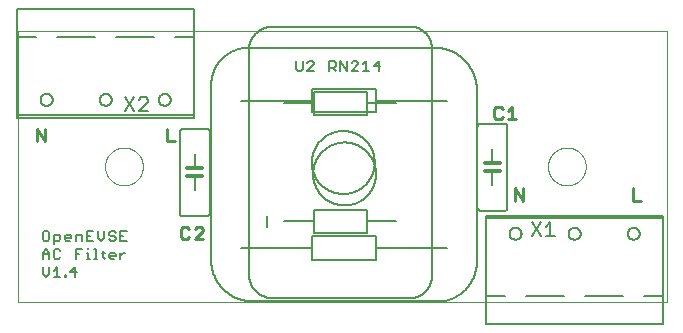
<source format=gto>
G75*
%MOIN*%
%OFA0B0*%
%FSLAX25Y25*%
%IPPOS*%
%LPD*%
%AMOC8*
5,1,8,0,0,1.08239X$1,22.5*
%
%ADD10C,0.00000*%
%ADD11C,0.00700*%
%ADD12C,0.00900*%
%ADD13C,0.00500*%
%ADD14C,0.01200*%
%ADD15C,0.00600*%
D10*
X0001587Y0008595D02*
X0001587Y0099146D01*
X0217871Y0099146D01*
X0217871Y0008595D01*
X0001587Y0008595D01*
X0030595Y0053871D02*
X0030597Y0054029D01*
X0030603Y0054187D01*
X0030613Y0054345D01*
X0030627Y0054503D01*
X0030645Y0054660D01*
X0030666Y0054817D01*
X0030692Y0054973D01*
X0030722Y0055129D01*
X0030755Y0055284D01*
X0030793Y0055437D01*
X0030834Y0055590D01*
X0030879Y0055742D01*
X0030928Y0055893D01*
X0030981Y0056042D01*
X0031037Y0056190D01*
X0031097Y0056336D01*
X0031161Y0056481D01*
X0031229Y0056624D01*
X0031300Y0056766D01*
X0031374Y0056906D01*
X0031452Y0057043D01*
X0031534Y0057179D01*
X0031618Y0057313D01*
X0031707Y0057444D01*
X0031798Y0057573D01*
X0031893Y0057700D01*
X0031990Y0057825D01*
X0032091Y0057947D01*
X0032195Y0058066D01*
X0032302Y0058183D01*
X0032412Y0058297D01*
X0032525Y0058408D01*
X0032640Y0058517D01*
X0032758Y0058622D01*
X0032879Y0058724D01*
X0033002Y0058824D01*
X0033128Y0058920D01*
X0033256Y0059013D01*
X0033386Y0059103D01*
X0033519Y0059189D01*
X0033654Y0059273D01*
X0033790Y0059352D01*
X0033929Y0059429D01*
X0034070Y0059501D01*
X0034212Y0059571D01*
X0034356Y0059636D01*
X0034502Y0059698D01*
X0034649Y0059756D01*
X0034798Y0059811D01*
X0034948Y0059862D01*
X0035099Y0059909D01*
X0035251Y0059952D01*
X0035404Y0059991D01*
X0035559Y0060027D01*
X0035714Y0060058D01*
X0035870Y0060086D01*
X0036026Y0060110D01*
X0036183Y0060130D01*
X0036341Y0060146D01*
X0036498Y0060158D01*
X0036657Y0060166D01*
X0036815Y0060170D01*
X0036973Y0060170D01*
X0037131Y0060166D01*
X0037290Y0060158D01*
X0037447Y0060146D01*
X0037605Y0060130D01*
X0037762Y0060110D01*
X0037918Y0060086D01*
X0038074Y0060058D01*
X0038229Y0060027D01*
X0038384Y0059991D01*
X0038537Y0059952D01*
X0038689Y0059909D01*
X0038840Y0059862D01*
X0038990Y0059811D01*
X0039139Y0059756D01*
X0039286Y0059698D01*
X0039432Y0059636D01*
X0039576Y0059571D01*
X0039718Y0059501D01*
X0039859Y0059429D01*
X0039998Y0059352D01*
X0040134Y0059273D01*
X0040269Y0059189D01*
X0040402Y0059103D01*
X0040532Y0059013D01*
X0040660Y0058920D01*
X0040786Y0058824D01*
X0040909Y0058724D01*
X0041030Y0058622D01*
X0041148Y0058517D01*
X0041263Y0058408D01*
X0041376Y0058297D01*
X0041486Y0058183D01*
X0041593Y0058066D01*
X0041697Y0057947D01*
X0041798Y0057825D01*
X0041895Y0057700D01*
X0041990Y0057573D01*
X0042081Y0057444D01*
X0042170Y0057313D01*
X0042254Y0057179D01*
X0042336Y0057043D01*
X0042414Y0056906D01*
X0042488Y0056766D01*
X0042559Y0056624D01*
X0042627Y0056481D01*
X0042691Y0056336D01*
X0042751Y0056190D01*
X0042807Y0056042D01*
X0042860Y0055893D01*
X0042909Y0055742D01*
X0042954Y0055590D01*
X0042995Y0055437D01*
X0043033Y0055284D01*
X0043066Y0055129D01*
X0043096Y0054973D01*
X0043122Y0054817D01*
X0043143Y0054660D01*
X0043161Y0054503D01*
X0043175Y0054345D01*
X0043185Y0054187D01*
X0043191Y0054029D01*
X0043193Y0053871D01*
X0043191Y0053713D01*
X0043185Y0053555D01*
X0043175Y0053397D01*
X0043161Y0053239D01*
X0043143Y0053082D01*
X0043122Y0052925D01*
X0043096Y0052769D01*
X0043066Y0052613D01*
X0043033Y0052458D01*
X0042995Y0052305D01*
X0042954Y0052152D01*
X0042909Y0052000D01*
X0042860Y0051849D01*
X0042807Y0051700D01*
X0042751Y0051552D01*
X0042691Y0051406D01*
X0042627Y0051261D01*
X0042559Y0051118D01*
X0042488Y0050976D01*
X0042414Y0050836D01*
X0042336Y0050699D01*
X0042254Y0050563D01*
X0042170Y0050429D01*
X0042081Y0050298D01*
X0041990Y0050169D01*
X0041895Y0050042D01*
X0041798Y0049917D01*
X0041697Y0049795D01*
X0041593Y0049676D01*
X0041486Y0049559D01*
X0041376Y0049445D01*
X0041263Y0049334D01*
X0041148Y0049225D01*
X0041030Y0049120D01*
X0040909Y0049018D01*
X0040786Y0048918D01*
X0040660Y0048822D01*
X0040532Y0048729D01*
X0040402Y0048639D01*
X0040269Y0048553D01*
X0040134Y0048469D01*
X0039998Y0048390D01*
X0039859Y0048313D01*
X0039718Y0048241D01*
X0039576Y0048171D01*
X0039432Y0048106D01*
X0039286Y0048044D01*
X0039139Y0047986D01*
X0038990Y0047931D01*
X0038840Y0047880D01*
X0038689Y0047833D01*
X0038537Y0047790D01*
X0038384Y0047751D01*
X0038229Y0047715D01*
X0038074Y0047684D01*
X0037918Y0047656D01*
X0037762Y0047632D01*
X0037605Y0047612D01*
X0037447Y0047596D01*
X0037290Y0047584D01*
X0037131Y0047576D01*
X0036973Y0047572D01*
X0036815Y0047572D01*
X0036657Y0047576D01*
X0036498Y0047584D01*
X0036341Y0047596D01*
X0036183Y0047612D01*
X0036026Y0047632D01*
X0035870Y0047656D01*
X0035714Y0047684D01*
X0035559Y0047715D01*
X0035404Y0047751D01*
X0035251Y0047790D01*
X0035099Y0047833D01*
X0034948Y0047880D01*
X0034798Y0047931D01*
X0034649Y0047986D01*
X0034502Y0048044D01*
X0034356Y0048106D01*
X0034212Y0048171D01*
X0034070Y0048241D01*
X0033929Y0048313D01*
X0033790Y0048390D01*
X0033654Y0048469D01*
X0033519Y0048553D01*
X0033386Y0048639D01*
X0033256Y0048729D01*
X0033128Y0048822D01*
X0033002Y0048918D01*
X0032879Y0049018D01*
X0032758Y0049120D01*
X0032640Y0049225D01*
X0032525Y0049334D01*
X0032412Y0049445D01*
X0032302Y0049559D01*
X0032195Y0049676D01*
X0032091Y0049795D01*
X0031990Y0049917D01*
X0031893Y0050042D01*
X0031798Y0050169D01*
X0031707Y0050298D01*
X0031618Y0050429D01*
X0031534Y0050563D01*
X0031452Y0050699D01*
X0031374Y0050836D01*
X0031300Y0050976D01*
X0031229Y0051118D01*
X0031161Y0051261D01*
X0031097Y0051406D01*
X0031037Y0051552D01*
X0030981Y0051700D01*
X0030928Y0051849D01*
X0030879Y0052000D01*
X0030834Y0052152D01*
X0030793Y0052305D01*
X0030755Y0052458D01*
X0030722Y0052613D01*
X0030692Y0052769D01*
X0030666Y0052925D01*
X0030645Y0053082D01*
X0030627Y0053239D01*
X0030613Y0053397D01*
X0030603Y0053555D01*
X0030597Y0053713D01*
X0030595Y0053871D01*
X0178233Y0053871D02*
X0178235Y0054029D01*
X0178241Y0054187D01*
X0178251Y0054345D01*
X0178265Y0054503D01*
X0178283Y0054660D01*
X0178304Y0054817D01*
X0178330Y0054973D01*
X0178360Y0055129D01*
X0178393Y0055284D01*
X0178431Y0055437D01*
X0178472Y0055590D01*
X0178517Y0055742D01*
X0178566Y0055893D01*
X0178619Y0056042D01*
X0178675Y0056190D01*
X0178735Y0056336D01*
X0178799Y0056481D01*
X0178867Y0056624D01*
X0178938Y0056766D01*
X0179012Y0056906D01*
X0179090Y0057043D01*
X0179172Y0057179D01*
X0179256Y0057313D01*
X0179345Y0057444D01*
X0179436Y0057573D01*
X0179531Y0057700D01*
X0179628Y0057825D01*
X0179729Y0057947D01*
X0179833Y0058066D01*
X0179940Y0058183D01*
X0180050Y0058297D01*
X0180163Y0058408D01*
X0180278Y0058517D01*
X0180396Y0058622D01*
X0180517Y0058724D01*
X0180640Y0058824D01*
X0180766Y0058920D01*
X0180894Y0059013D01*
X0181024Y0059103D01*
X0181157Y0059189D01*
X0181292Y0059273D01*
X0181428Y0059352D01*
X0181567Y0059429D01*
X0181708Y0059501D01*
X0181850Y0059571D01*
X0181994Y0059636D01*
X0182140Y0059698D01*
X0182287Y0059756D01*
X0182436Y0059811D01*
X0182586Y0059862D01*
X0182737Y0059909D01*
X0182889Y0059952D01*
X0183042Y0059991D01*
X0183197Y0060027D01*
X0183352Y0060058D01*
X0183508Y0060086D01*
X0183664Y0060110D01*
X0183821Y0060130D01*
X0183979Y0060146D01*
X0184136Y0060158D01*
X0184295Y0060166D01*
X0184453Y0060170D01*
X0184611Y0060170D01*
X0184769Y0060166D01*
X0184928Y0060158D01*
X0185085Y0060146D01*
X0185243Y0060130D01*
X0185400Y0060110D01*
X0185556Y0060086D01*
X0185712Y0060058D01*
X0185867Y0060027D01*
X0186022Y0059991D01*
X0186175Y0059952D01*
X0186327Y0059909D01*
X0186478Y0059862D01*
X0186628Y0059811D01*
X0186777Y0059756D01*
X0186924Y0059698D01*
X0187070Y0059636D01*
X0187214Y0059571D01*
X0187356Y0059501D01*
X0187497Y0059429D01*
X0187636Y0059352D01*
X0187772Y0059273D01*
X0187907Y0059189D01*
X0188040Y0059103D01*
X0188170Y0059013D01*
X0188298Y0058920D01*
X0188424Y0058824D01*
X0188547Y0058724D01*
X0188668Y0058622D01*
X0188786Y0058517D01*
X0188901Y0058408D01*
X0189014Y0058297D01*
X0189124Y0058183D01*
X0189231Y0058066D01*
X0189335Y0057947D01*
X0189436Y0057825D01*
X0189533Y0057700D01*
X0189628Y0057573D01*
X0189719Y0057444D01*
X0189808Y0057313D01*
X0189892Y0057179D01*
X0189974Y0057043D01*
X0190052Y0056906D01*
X0190126Y0056766D01*
X0190197Y0056624D01*
X0190265Y0056481D01*
X0190329Y0056336D01*
X0190389Y0056190D01*
X0190445Y0056042D01*
X0190498Y0055893D01*
X0190547Y0055742D01*
X0190592Y0055590D01*
X0190633Y0055437D01*
X0190671Y0055284D01*
X0190704Y0055129D01*
X0190734Y0054973D01*
X0190760Y0054817D01*
X0190781Y0054660D01*
X0190799Y0054503D01*
X0190813Y0054345D01*
X0190823Y0054187D01*
X0190829Y0054029D01*
X0190831Y0053871D01*
X0190829Y0053713D01*
X0190823Y0053555D01*
X0190813Y0053397D01*
X0190799Y0053239D01*
X0190781Y0053082D01*
X0190760Y0052925D01*
X0190734Y0052769D01*
X0190704Y0052613D01*
X0190671Y0052458D01*
X0190633Y0052305D01*
X0190592Y0052152D01*
X0190547Y0052000D01*
X0190498Y0051849D01*
X0190445Y0051700D01*
X0190389Y0051552D01*
X0190329Y0051406D01*
X0190265Y0051261D01*
X0190197Y0051118D01*
X0190126Y0050976D01*
X0190052Y0050836D01*
X0189974Y0050699D01*
X0189892Y0050563D01*
X0189808Y0050429D01*
X0189719Y0050298D01*
X0189628Y0050169D01*
X0189533Y0050042D01*
X0189436Y0049917D01*
X0189335Y0049795D01*
X0189231Y0049676D01*
X0189124Y0049559D01*
X0189014Y0049445D01*
X0188901Y0049334D01*
X0188786Y0049225D01*
X0188668Y0049120D01*
X0188547Y0049018D01*
X0188424Y0048918D01*
X0188298Y0048822D01*
X0188170Y0048729D01*
X0188040Y0048639D01*
X0187907Y0048553D01*
X0187772Y0048469D01*
X0187636Y0048390D01*
X0187497Y0048313D01*
X0187356Y0048241D01*
X0187214Y0048171D01*
X0187070Y0048106D01*
X0186924Y0048044D01*
X0186777Y0047986D01*
X0186628Y0047931D01*
X0186478Y0047880D01*
X0186327Y0047833D01*
X0186175Y0047790D01*
X0186022Y0047751D01*
X0185867Y0047715D01*
X0185712Y0047684D01*
X0185556Y0047656D01*
X0185400Y0047632D01*
X0185243Y0047612D01*
X0185085Y0047596D01*
X0184928Y0047584D01*
X0184769Y0047576D01*
X0184611Y0047572D01*
X0184453Y0047572D01*
X0184295Y0047576D01*
X0184136Y0047584D01*
X0183979Y0047596D01*
X0183821Y0047612D01*
X0183664Y0047632D01*
X0183508Y0047656D01*
X0183352Y0047684D01*
X0183197Y0047715D01*
X0183042Y0047751D01*
X0182889Y0047790D01*
X0182737Y0047833D01*
X0182586Y0047880D01*
X0182436Y0047931D01*
X0182287Y0047986D01*
X0182140Y0048044D01*
X0181994Y0048106D01*
X0181850Y0048171D01*
X0181708Y0048241D01*
X0181567Y0048313D01*
X0181428Y0048390D01*
X0181292Y0048469D01*
X0181157Y0048553D01*
X0181024Y0048639D01*
X0180894Y0048729D01*
X0180766Y0048822D01*
X0180640Y0048918D01*
X0180517Y0049018D01*
X0180396Y0049120D01*
X0180278Y0049225D01*
X0180163Y0049334D01*
X0180050Y0049445D01*
X0179940Y0049559D01*
X0179833Y0049676D01*
X0179729Y0049795D01*
X0179628Y0049917D01*
X0179531Y0050042D01*
X0179436Y0050169D01*
X0179345Y0050298D01*
X0179256Y0050429D01*
X0179172Y0050563D01*
X0179090Y0050699D01*
X0179012Y0050836D01*
X0178938Y0050976D01*
X0178867Y0051118D01*
X0178799Y0051261D01*
X0178735Y0051406D01*
X0178675Y0051552D01*
X0178619Y0051700D01*
X0178566Y0051849D01*
X0178517Y0052000D01*
X0178472Y0052152D01*
X0178431Y0052305D01*
X0178393Y0052458D01*
X0178360Y0052613D01*
X0178330Y0052769D01*
X0178304Y0052925D01*
X0178283Y0053082D01*
X0178265Y0053239D01*
X0178251Y0053397D01*
X0178241Y0053555D01*
X0178235Y0053713D01*
X0178233Y0053871D01*
D11*
X0121765Y0085717D02*
X0121765Y0089020D01*
X0120113Y0087368D01*
X0122315Y0087368D01*
X0118632Y0085717D02*
X0116430Y0085717D01*
X0117531Y0085717D02*
X0117531Y0089020D01*
X0116430Y0087919D01*
X0114949Y0087919D02*
X0114949Y0088469D01*
X0114398Y0089020D01*
X0113297Y0089020D01*
X0112747Y0088469D01*
X0111266Y0089020D02*
X0111266Y0085717D01*
X0109064Y0089020D01*
X0109064Y0085717D01*
X0107582Y0085717D02*
X0106481Y0086818D01*
X0107032Y0086818D02*
X0105381Y0086818D01*
X0105381Y0085717D02*
X0105381Y0089020D01*
X0107032Y0089020D01*
X0107582Y0088469D01*
X0107582Y0087368D01*
X0107032Y0086818D01*
X0112747Y0085717D02*
X0114949Y0087919D01*
X0114949Y0085717D02*
X0112747Y0085717D01*
X0100216Y0085717D02*
X0098014Y0085717D01*
X0100216Y0087919D01*
X0100216Y0088469D01*
X0099666Y0089020D01*
X0098565Y0089020D01*
X0098014Y0088469D01*
X0096533Y0089020D02*
X0096533Y0086267D01*
X0095983Y0085717D01*
X0094882Y0085717D01*
X0094331Y0086267D01*
X0094331Y0089020D01*
X0037764Y0032280D02*
X0035562Y0032280D01*
X0035562Y0028977D01*
X0037764Y0028977D01*
X0036663Y0030628D02*
X0035562Y0030628D01*
X0034081Y0030078D02*
X0034081Y0029527D01*
X0033530Y0028977D01*
X0032429Y0028977D01*
X0031879Y0029527D01*
X0032429Y0030628D02*
X0033530Y0030628D01*
X0034081Y0030078D01*
X0032429Y0030628D02*
X0031879Y0031179D01*
X0031879Y0031729D01*
X0032429Y0032280D01*
X0033530Y0032280D01*
X0034081Y0031729D01*
X0030398Y0032280D02*
X0030398Y0030078D01*
X0029297Y0028977D01*
X0028196Y0030078D01*
X0028196Y0032280D01*
X0026714Y0032280D02*
X0024512Y0032280D01*
X0024512Y0028977D01*
X0026714Y0028977D01*
X0025613Y0030628D02*
X0024512Y0030628D01*
X0023031Y0030628D02*
X0023031Y0028977D01*
X0020829Y0028977D02*
X0020829Y0031179D01*
X0022481Y0031179D01*
X0023031Y0030628D01*
X0019348Y0030628D02*
X0019348Y0030078D01*
X0017146Y0030078D01*
X0017146Y0030628D02*
X0017146Y0029527D01*
X0017697Y0028977D01*
X0018798Y0028977D01*
X0015665Y0029527D02*
X0015114Y0028977D01*
X0013463Y0028977D01*
X0013463Y0027876D02*
X0013463Y0031179D01*
X0015114Y0031179D01*
X0015665Y0030628D01*
X0015665Y0029527D01*
X0017146Y0030628D02*
X0017697Y0031179D01*
X0018798Y0031179D01*
X0019348Y0030628D01*
X0011982Y0029527D02*
X0011431Y0028977D01*
X0010330Y0028977D01*
X0009780Y0029527D01*
X0009780Y0031729D01*
X0010330Y0032280D01*
X0011431Y0032280D01*
X0011982Y0031729D01*
X0011982Y0029527D01*
X0010881Y0026280D02*
X0011982Y0025179D01*
X0011982Y0022977D01*
X0013463Y0023527D02*
X0014014Y0022977D01*
X0015114Y0022977D01*
X0015665Y0023527D01*
X0013463Y0023527D02*
X0013463Y0025729D01*
X0014014Y0026280D01*
X0015114Y0026280D01*
X0015665Y0025729D01*
X0011982Y0024628D02*
X0009780Y0024628D01*
X0009780Y0025179D02*
X0009780Y0022977D01*
X0009780Y0025179D02*
X0010881Y0026280D01*
X0020829Y0026280D02*
X0020829Y0022977D01*
X0020829Y0024628D02*
X0021930Y0024628D01*
X0024512Y0025179D02*
X0025063Y0025179D01*
X0025063Y0022977D01*
X0025613Y0022977D02*
X0024512Y0022977D01*
X0026968Y0022977D02*
X0028069Y0022977D01*
X0027518Y0022977D02*
X0027518Y0026280D01*
X0026968Y0026280D01*
X0025063Y0026280D02*
X0025063Y0026830D01*
X0023031Y0026280D02*
X0020829Y0026280D01*
X0029423Y0025179D02*
X0030524Y0025179D01*
X0029974Y0025729D02*
X0029974Y0023527D01*
X0030524Y0022977D01*
X0031879Y0023527D02*
X0031879Y0024628D01*
X0032429Y0025179D01*
X0033530Y0025179D01*
X0034081Y0024628D01*
X0034081Y0024078D01*
X0031879Y0024078D01*
X0031879Y0023527D02*
X0032429Y0022977D01*
X0033530Y0022977D01*
X0035562Y0022977D02*
X0035562Y0025179D01*
X0036663Y0025179D02*
X0037213Y0025179D01*
X0036663Y0025179D02*
X0035562Y0024078D01*
X0021190Y0018628D02*
X0018988Y0018628D01*
X0020639Y0020280D01*
X0020639Y0016977D01*
X0017697Y0016977D02*
X0017697Y0017527D01*
X0017146Y0017527D01*
X0017146Y0016977D01*
X0017697Y0016977D01*
X0015665Y0016977D02*
X0013463Y0016977D01*
X0014564Y0016977D02*
X0014564Y0020280D01*
X0013463Y0019179D01*
X0011982Y0018078D02*
X0011982Y0020280D01*
X0009780Y0020280D02*
X0009780Y0018078D01*
X0010881Y0016977D01*
X0011982Y0018078D01*
D12*
X0055822Y0030225D02*
X0056506Y0029541D01*
X0057873Y0029541D01*
X0058557Y0030225D01*
X0060426Y0029541D02*
X0063161Y0032277D01*
X0063161Y0032961D01*
X0062477Y0033645D01*
X0061109Y0033645D01*
X0060426Y0032961D01*
X0058557Y0032961D02*
X0057873Y0033645D01*
X0056506Y0033645D01*
X0055822Y0032961D01*
X0055822Y0030225D01*
X0060426Y0029541D02*
X0063161Y0029541D01*
X0053860Y0062195D02*
X0051124Y0062195D01*
X0051124Y0066298D01*
X0010553Y0066298D02*
X0010553Y0062195D01*
X0007817Y0066298D01*
X0007817Y0062195D01*
X0160389Y0070383D02*
X0161073Y0069699D01*
X0162440Y0069699D01*
X0163124Y0070383D01*
X0164993Y0069699D02*
X0167728Y0069699D01*
X0166360Y0069699D02*
X0166360Y0073802D01*
X0164993Y0072434D01*
X0163124Y0073118D02*
X0162440Y0073802D01*
X0161073Y0073802D01*
X0160389Y0073118D01*
X0160389Y0070383D01*
X0167266Y0046613D02*
X0170001Y0042510D01*
X0170001Y0046613D01*
X0167266Y0046613D02*
X0167266Y0042510D01*
X0206636Y0042510D02*
X0209371Y0042510D01*
X0206636Y0042510D02*
X0206636Y0046613D01*
D13*
X0179069Y0035254D02*
X0177568Y0033753D01*
X0179069Y0035254D02*
X0179069Y0030750D01*
X0177568Y0030750D02*
X0180571Y0030750D01*
X0175967Y0030750D02*
X0172964Y0035254D01*
X0175967Y0035254D02*
X0172964Y0030750D01*
X0154532Y0022076D02*
X0154532Y0079321D01*
X0144690Y0075800D02*
X0121068Y0075800D01*
X0121068Y0079737D01*
X0099414Y0079737D01*
X0099414Y0075800D01*
X0075792Y0075800D01*
X0065949Y0080912D02*
X0065953Y0081217D01*
X0065964Y0081521D01*
X0065982Y0081825D01*
X0066008Y0082129D01*
X0066041Y0082431D01*
X0066081Y0082733D01*
X0066129Y0083034D01*
X0066184Y0083334D01*
X0066246Y0083632D01*
X0066315Y0083929D01*
X0066392Y0084223D01*
X0066475Y0084516D01*
X0066566Y0084807D01*
X0066664Y0085096D01*
X0066768Y0085382D01*
X0066880Y0085665D01*
X0066998Y0085946D01*
X0067123Y0086224D01*
X0067255Y0086498D01*
X0067393Y0086770D01*
X0067538Y0087038D01*
X0067689Y0087302D01*
X0067846Y0087563D01*
X0068010Y0087820D01*
X0068180Y0088072D01*
X0068356Y0088321D01*
X0068538Y0088565D01*
X0068726Y0088805D01*
X0068920Y0089040D01*
X0069119Y0089271D01*
X0069324Y0089496D01*
X0069534Y0089717D01*
X0069749Y0089932D01*
X0069970Y0090142D01*
X0070195Y0090347D01*
X0070426Y0090546D01*
X0070661Y0090740D01*
X0070901Y0090928D01*
X0071145Y0091110D01*
X0071394Y0091286D01*
X0071646Y0091456D01*
X0071903Y0091620D01*
X0072164Y0091777D01*
X0072428Y0091928D01*
X0072696Y0092073D01*
X0072968Y0092211D01*
X0073242Y0092343D01*
X0073520Y0092468D01*
X0073801Y0092586D01*
X0074084Y0092698D01*
X0074370Y0092802D01*
X0074659Y0092900D01*
X0074950Y0092991D01*
X0075243Y0093074D01*
X0075537Y0093151D01*
X0075834Y0093220D01*
X0076132Y0093282D01*
X0076432Y0093337D01*
X0076733Y0093385D01*
X0077035Y0093425D01*
X0077337Y0093458D01*
X0077641Y0093484D01*
X0077945Y0093502D01*
X0078249Y0093513D01*
X0078554Y0093517D01*
X0140337Y0093517D01*
X0139532Y0093414D02*
X0139532Y0017405D01*
X0139530Y0017224D01*
X0139523Y0017044D01*
X0139512Y0016864D01*
X0139497Y0016684D01*
X0139478Y0016504D01*
X0139454Y0016326D01*
X0139425Y0016147D01*
X0139393Y0015970D01*
X0139356Y0015793D01*
X0139315Y0015617D01*
X0139270Y0015442D01*
X0139220Y0015269D01*
X0139166Y0015096D01*
X0139108Y0014925D01*
X0139047Y0014756D01*
X0138980Y0014588D01*
X0138910Y0014421D01*
X0138836Y0014257D01*
X0138758Y0014094D01*
X0138676Y0013933D01*
X0138590Y0013774D01*
X0138501Y0013618D01*
X0138407Y0013463D01*
X0138310Y0013311D01*
X0138210Y0013161D01*
X0138105Y0013014D01*
X0137997Y0012869D01*
X0137886Y0012727D01*
X0137771Y0012587D01*
X0137653Y0012451D01*
X0137532Y0012317D01*
X0137407Y0012186D01*
X0137280Y0012059D01*
X0137149Y0011934D01*
X0137015Y0011813D01*
X0136879Y0011695D01*
X0136739Y0011580D01*
X0136597Y0011469D01*
X0136452Y0011361D01*
X0136305Y0011256D01*
X0136155Y0011156D01*
X0136003Y0011059D01*
X0135848Y0010965D01*
X0135692Y0010876D01*
X0135533Y0010790D01*
X0135372Y0010708D01*
X0135209Y0010630D01*
X0135045Y0010556D01*
X0134878Y0010486D01*
X0134710Y0010419D01*
X0134541Y0010358D01*
X0134370Y0010300D01*
X0134197Y0010246D01*
X0134024Y0010196D01*
X0133849Y0010151D01*
X0133673Y0010110D01*
X0133496Y0010073D01*
X0133319Y0010041D01*
X0133140Y0010012D01*
X0132962Y0009988D01*
X0132782Y0009969D01*
X0132602Y0009954D01*
X0132422Y0009943D01*
X0132242Y0009936D01*
X0132061Y0009934D01*
X0086700Y0009934D01*
X0079869Y0008871D02*
X0141327Y0008871D01*
X0141646Y0008875D01*
X0141965Y0008886D01*
X0142284Y0008906D01*
X0142601Y0008933D01*
X0142919Y0008967D01*
X0143235Y0009010D01*
X0143550Y0009059D01*
X0143864Y0009117D01*
X0144176Y0009182D01*
X0144487Y0009255D01*
X0144796Y0009335D01*
X0145103Y0009422D01*
X0145408Y0009517D01*
X0145710Y0009620D01*
X0146010Y0009729D01*
X0146307Y0009846D01*
X0146601Y0009970D01*
X0146892Y0010101D01*
X0147179Y0010239D01*
X0147464Y0010384D01*
X0147744Y0010535D01*
X0148021Y0010694D01*
X0148294Y0010859D01*
X0148564Y0011030D01*
X0148828Y0011208D01*
X0149089Y0011393D01*
X0149345Y0011584D01*
X0149596Y0011780D01*
X0149842Y0011983D01*
X0150084Y0012192D01*
X0150320Y0012406D01*
X0150551Y0012627D01*
X0150776Y0012852D01*
X0150997Y0013083D01*
X0151211Y0013319D01*
X0151420Y0013561D01*
X0151623Y0013807D01*
X0151819Y0014058D01*
X0152010Y0014314D01*
X0152195Y0014575D01*
X0152373Y0014839D01*
X0152544Y0015109D01*
X0152709Y0015382D01*
X0152868Y0015659D01*
X0153019Y0015939D01*
X0153164Y0016224D01*
X0153302Y0016511D01*
X0153433Y0016802D01*
X0153557Y0017096D01*
X0153674Y0017393D01*
X0153783Y0017693D01*
X0153886Y0017995D01*
X0153981Y0018300D01*
X0154068Y0018607D01*
X0154148Y0018916D01*
X0154221Y0019227D01*
X0154286Y0019539D01*
X0154344Y0019853D01*
X0154393Y0020168D01*
X0154436Y0020484D01*
X0154470Y0020802D01*
X0154497Y0021119D01*
X0154517Y0021438D01*
X0154528Y0021757D01*
X0154532Y0022076D01*
X0144690Y0026587D02*
X0121068Y0026587D01*
X0121068Y0030524D01*
X0099414Y0030524D01*
X0099414Y0026587D01*
X0075792Y0026587D01*
X0065950Y0022790D02*
X0065954Y0022454D01*
X0065966Y0022118D01*
X0065987Y0021782D01*
X0066015Y0021447D01*
X0066051Y0021112D01*
X0066096Y0020779D01*
X0066149Y0020447D01*
X0066209Y0020116D01*
X0066278Y0019786D01*
X0066354Y0019459D01*
X0066439Y0019133D01*
X0066531Y0018810D01*
X0066631Y0018489D01*
X0066739Y0018170D01*
X0066855Y0017854D01*
X0066978Y0017541D01*
X0067108Y0017231D01*
X0067246Y0016925D01*
X0067392Y0016621D01*
X0067544Y0016322D01*
X0067704Y0016026D01*
X0067871Y0015734D01*
X0068045Y0015446D01*
X0068226Y0015162D01*
X0068414Y0014883D01*
X0068608Y0014609D01*
X0068809Y0014339D01*
X0069017Y0014074D01*
X0069230Y0013814D01*
X0069450Y0013560D01*
X0069677Y0013311D01*
X0069909Y0013067D01*
X0070146Y0012830D01*
X0070390Y0012598D01*
X0070639Y0012371D01*
X0070893Y0012151D01*
X0071153Y0011938D01*
X0071418Y0011730D01*
X0071688Y0011529D01*
X0071962Y0011335D01*
X0072241Y0011147D01*
X0072525Y0010966D01*
X0072813Y0010792D01*
X0073105Y0010625D01*
X0073401Y0010465D01*
X0073700Y0010313D01*
X0074004Y0010167D01*
X0074310Y0010029D01*
X0074620Y0009899D01*
X0074933Y0009776D01*
X0075249Y0009660D01*
X0075568Y0009552D01*
X0075889Y0009452D01*
X0076212Y0009360D01*
X0076538Y0009275D01*
X0076865Y0009199D01*
X0077195Y0009130D01*
X0077526Y0009070D01*
X0077858Y0009017D01*
X0078191Y0008972D01*
X0078526Y0008936D01*
X0078861Y0008908D01*
X0079197Y0008887D01*
X0079533Y0008875D01*
X0079869Y0008871D01*
X0078509Y0018125D02*
X0078509Y0092657D01*
X0078511Y0092846D01*
X0078518Y0093035D01*
X0078530Y0093224D01*
X0078546Y0093413D01*
X0078566Y0093601D01*
X0078591Y0093788D01*
X0078621Y0093975D01*
X0078655Y0094161D01*
X0078693Y0094346D01*
X0078736Y0094530D01*
X0078784Y0094713D01*
X0078836Y0094895D01*
X0078892Y0095076D01*
X0078953Y0095255D01*
X0079018Y0095433D01*
X0079087Y0095609D01*
X0079160Y0095783D01*
X0079238Y0095956D01*
X0079320Y0096126D01*
X0079406Y0096295D01*
X0079496Y0096461D01*
X0079590Y0096625D01*
X0079687Y0096787D01*
X0079789Y0096947D01*
X0079895Y0097104D01*
X0080004Y0097258D01*
X0080117Y0097410D01*
X0080234Y0097559D01*
X0080354Y0097705D01*
X0080478Y0097848D01*
X0080605Y0097988D01*
X0080735Y0098125D01*
X0080869Y0098259D01*
X0081006Y0098389D01*
X0081146Y0098516D01*
X0081289Y0098640D01*
X0081435Y0098760D01*
X0081584Y0098877D01*
X0081736Y0098990D01*
X0081890Y0099099D01*
X0082047Y0099205D01*
X0082207Y0099307D01*
X0082369Y0099404D01*
X0082533Y0099498D01*
X0082699Y0099588D01*
X0082868Y0099674D01*
X0083038Y0099756D01*
X0083211Y0099834D01*
X0083385Y0099907D01*
X0083561Y0099976D01*
X0083739Y0100041D01*
X0083918Y0100102D01*
X0084099Y0100158D01*
X0084281Y0100210D01*
X0084464Y0100258D01*
X0084648Y0100301D01*
X0084833Y0100339D01*
X0085019Y0100373D01*
X0085206Y0100403D01*
X0085393Y0100428D01*
X0085581Y0100448D01*
X0085770Y0100464D01*
X0085959Y0100476D01*
X0086148Y0100483D01*
X0086337Y0100485D01*
X0132461Y0100485D01*
X0132632Y0100483D01*
X0132803Y0100477D01*
X0132973Y0100466D01*
X0133143Y0100452D01*
X0133313Y0100433D01*
X0133483Y0100411D01*
X0133651Y0100384D01*
X0133820Y0100353D01*
X0133987Y0100318D01*
X0134153Y0100280D01*
X0134319Y0100237D01*
X0134483Y0100190D01*
X0134646Y0100139D01*
X0134808Y0100084D01*
X0134968Y0100025D01*
X0135127Y0099963D01*
X0135285Y0099897D01*
X0135441Y0099827D01*
X0135595Y0099753D01*
X0135747Y0099675D01*
X0135897Y0099594D01*
X0136046Y0099509D01*
X0136192Y0099421D01*
X0136336Y0099329D01*
X0136478Y0099233D01*
X0136617Y0099135D01*
X0136754Y0099032D01*
X0136889Y0098927D01*
X0137021Y0098818D01*
X0137150Y0098707D01*
X0137276Y0098592D01*
X0137400Y0098474D01*
X0137521Y0098353D01*
X0137639Y0098229D01*
X0137754Y0098103D01*
X0137865Y0097974D01*
X0137974Y0097842D01*
X0138079Y0097707D01*
X0138182Y0097570D01*
X0138280Y0097431D01*
X0138376Y0097289D01*
X0138468Y0097145D01*
X0138556Y0096999D01*
X0138641Y0096850D01*
X0138722Y0096700D01*
X0138800Y0096548D01*
X0138874Y0096394D01*
X0138944Y0096238D01*
X0139010Y0096080D01*
X0139072Y0095921D01*
X0139131Y0095761D01*
X0139186Y0095599D01*
X0139237Y0095436D01*
X0139284Y0095272D01*
X0139327Y0095106D01*
X0139365Y0094940D01*
X0139400Y0094773D01*
X0139431Y0094604D01*
X0139458Y0094436D01*
X0139480Y0094266D01*
X0139499Y0094096D01*
X0139513Y0093926D01*
X0139524Y0093756D01*
X0139530Y0093585D01*
X0139532Y0093414D01*
X0140337Y0093516D02*
X0140680Y0093512D01*
X0141023Y0093499D01*
X0141365Y0093479D01*
X0141707Y0093450D01*
X0142048Y0093413D01*
X0142388Y0093367D01*
X0142727Y0093313D01*
X0143064Y0093252D01*
X0143400Y0093182D01*
X0143734Y0093104D01*
X0144066Y0093017D01*
X0144396Y0092923D01*
X0144723Y0092821D01*
X0145048Y0092711D01*
X0145371Y0092594D01*
X0145690Y0092468D01*
X0146006Y0092335D01*
X0146319Y0092194D01*
X0146628Y0092046D01*
X0146934Y0091890D01*
X0147236Y0091727D01*
X0147533Y0091557D01*
X0147827Y0091379D01*
X0148116Y0091195D01*
X0148401Y0091003D01*
X0148681Y0090805D01*
X0148956Y0090600D01*
X0149226Y0090388D01*
X0149491Y0090170D01*
X0149750Y0089946D01*
X0150004Y0089716D01*
X0150252Y0089479D01*
X0150495Y0089236D01*
X0150732Y0088988D01*
X0150962Y0088734D01*
X0151186Y0088475D01*
X0151404Y0088210D01*
X0151616Y0087940D01*
X0151821Y0087665D01*
X0152019Y0087385D01*
X0152211Y0087100D01*
X0152395Y0086811D01*
X0152573Y0086517D01*
X0152743Y0086220D01*
X0152906Y0085918D01*
X0153062Y0085612D01*
X0153210Y0085303D01*
X0153351Y0084990D01*
X0153484Y0084674D01*
X0153610Y0084355D01*
X0153727Y0084032D01*
X0153837Y0083707D01*
X0153939Y0083380D01*
X0154033Y0083050D01*
X0154120Y0082718D01*
X0154198Y0082384D01*
X0154268Y0082048D01*
X0154329Y0081711D01*
X0154383Y0081372D01*
X0154429Y0081032D01*
X0154466Y0080691D01*
X0154495Y0080349D01*
X0154515Y0080007D01*
X0154528Y0079664D01*
X0154532Y0079321D01*
X0127721Y0074894D02*
X0117879Y0074894D01*
X0117879Y0078831D01*
X0100162Y0078831D01*
X0100162Y0070957D01*
X0117879Y0070957D01*
X0117879Y0074894D01*
X0121068Y0075800D02*
X0121068Y0071863D01*
X0099414Y0071863D01*
X0099414Y0075800D01*
X0100162Y0074894D02*
X0090320Y0074894D01*
X0065950Y0080912D02*
X0065950Y0022790D01*
X0078509Y0018125D02*
X0078511Y0017927D01*
X0078519Y0017729D01*
X0078531Y0017532D01*
X0078547Y0017334D01*
X0078569Y0017138D01*
X0078595Y0016941D01*
X0078626Y0016746D01*
X0078662Y0016551D01*
X0078702Y0016358D01*
X0078747Y0016165D01*
X0078797Y0015973D01*
X0078851Y0015783D01*
X0078910Y0015594D01*
X0078973Y0015406D01*
X0079041Y0015220D01*
X0079114Y0015036D01*
X0079191Y0014854D01*
X0079272Y0014673D01*
X0079357Y0014495D01*
X0079447Y0014318D01*
X0079541Y0014144D01*
X0079640Y0013972D01*
X0079742Y0013803D01*
X0079848Y0013636D01*
X0079959Y0013472D01*
X0080073Y0013310D01*
X0080192Y0013152D01*
X0080314Y0012996D01*
X0080439Y0012843D01*
X0080569Y0012693D01*
X0080702Y0012547D01*
X0080839Y0012403D01*
X0080978Y0012264D01*
X0081122Y0012127D01*
X0081268Y0011994D01*
X0081418Y0011864D01*
X0081571Y0011739D01*
X0081727Y0011617D01*
X0081885Y0011498D01*
X0082047Y0011384D01*
X0082211Y0011273D01*
X0082378Y0011167D01*
X0082547Y0011065D01*
X0082719Y0010966D01*
X0082893Y0010872D01*
X0083070Y0010782D01*
X0083248Y0010697D01*
X0083429Y0010616D01*
X0083611Y0010539D01*
X0083795Y0010466D01*
X0083981Y0010398D01*
X0084169Y0010335D01*
X0084358Y0010276D01*
X0084548Y0010222D01*
X0084740Y0010172D01*
X0084933Y0010127D01*
X0085126Y0010087D01*
X0085321Y0010051D01*
X0085516Y0010020D01*
X0085713Y0009994D01*
X0085909Y0009972D01*
X0086107Y0009956D01*
X0086304Y0009944D01*
X0086502Y0009936D01*
X0086700Y0009934D01*
X0099414Y0022650D02*
X0121068Y0022650D01*
X0121068Y0026587D01*
X0117879Y0031587D02*
X0100162Y0031587D01*
X0100162Y0039461D01*
X0117879Y0039461D01*
X0117879Y0035524D01*
X0117879Y0031587D01*
X0117879Y0035524D02*
X0127721Y0035524D01*
X0100162Y0035524D02*
X0090320Y0035524D01*
X0084414Y0037493D02*
X0084414Y0033556D01*
X0099414Y0026587D02*
X0099414Y0022650D01*
X0099955Y0051391D02*
X0099958Y0051648D01*
X0099968Y0051905D01*
X0099983Y0052162D01*
X0100005Y0052419D01*
X0100034Y0052674D01*
X0100068Y0052929D01*
X0100109Y0053183D01*
X0100156Y0053436D01*
X0100210Y0053688D01*
X0100269Y0053938D01*
X0100335Y0054187D01*
X0100406Y0054434D01*
X0100484Y0054679D01*
X0100568Y0054923D01*
X0100657Y0055164D01*
X0100753Y0055403D01*
X0100854Y0055639D01*
X0100961Y0055873D01*
X0101074Y0056104D01*
X0101193Y0056333D01*
X0101317Y0056558D01*
X0101446Y0056780D01*
X0101581Y0056999D01*
X0101722Y0057215D01*
X0101867Y0057427D01*
X0102018Y0057636D01*
X0102174Y0057840D01*
X0102335Y0058041D01*
X0102500Y0058238D01*
X0102671Y0058431D01*
X0102846Y0058619D01*
X0103025Y0058804D01*
X0103210Y0058983D01*
X0103398Y0059158D01*
X0103591Y0059329D01*
X0103788Y0059494D01*
X0103989Y0059655D01*
X0104193Y0059811D01*
X0104402Y0059962D01*
X0104614Y0060107D01*
X0104830Y0060248D01*
X0105049Y0060383D01*
X0105271Y0060512D01*
X0105496Y0060636D01*
X0105725Y0060755D01*
X0105956Y0060868D01*
X0106190Y0060975D01*
X0106426Y0061076D01*
X0106665Y0061172D01*
X0106906Y0061261D01*
X0107150Y0061345D01*
X0107395Y0061423D01*
X0107642Y0061494D01*
X0107891Y0061560D01*
X0108141Y0061619D01*
X0108393Y0061673D01*
X0108646Y0061720D01*
X0108900Y0061761D01*
X0109155Y0061795D01*
X0109410Y0061824D01*
X0109667Y0061846D01*
X0109924Y0061861D01*
X0110181Y0061871D01*
X0110438Y0061874D01*
X0110695Y0061871D01*
X0110952Y0061861D01*
X0111209Y0061846D01*
X0111466Y0061824D01*
X0111721Y0061795D01*
X0111976Y0061761D01*
X0112230Y0061720D01*
X0112483Y0061673D01*
X0112735Y0061619D01*
X0112985Y0061560D01*
X0113234Y0061494D01*
X0113481Y0061423D01*
X0113726Y0061345D01*
X0113970Y0061261D01*
X0114211Y0061172D01*
X0114450Y0061076D01*
X0114686Y0060975D01*
X0114920Y0060868D01*
X0115151Y0060755D01*
X0115380Y0060636D01*
X0115605Y0060512D01*
X0115827Y0060383D01*
X0116046Y0060248D01*
X0116262Y0060107D01*
X0116474Y0059962D01*
X0116683Y0059811D01*
X0116887Y0059655D01*
X0117088Y0059494D01*
X0117285Y0059329D01*
X0117478Y0059158D01*
X0117666Y0058983D01*
X0117851Y0058804D01*
X0118030Y0058619D01*
X0118205Y0058431D01*
X0118376Y0058238D01*
X0118541Y0058041D01*
X0118702Y0057840D01*
X0118858Y0057636D01*
X0119009Y0057427D01*
X0119154Y0057215D01*
X0119295Y0056999D01*
X0119430Y0056780D01*
X0119559Y0056558D01*
X0119683Y0056333D01*
X0119802Y0056104D01*
X0119915Y0055873D01*
X0120022Y0055639D01*
X0120123Y0055403D01*
X0120219Y0055164D01*
X0120308Y0054923D01*
X0120392Y0054679D01*
X0120470Y0054434D01*
X0120541Y0054187D01*
X0120607Y0053938D01*
X0120666Y0053688D01*
X0120720Y0053436D01*
X0120767Y0053183D01*
X0120808Y0052929D01*
X0120842Y0052674D01*
X0120871Y0052419D01*
X0120893Y0052162D01*
X0120908Y0051905D01*
X0120918Y0051648D01*
X0120921Y0051391D01*
X0120918Y0051134D01*
X0120908Y0050877D01*
X0120893Y0050620D01*
X0120871Y0050363D01*
X0120842Y0050108D01*
X0120808Y0049853D01*
X0120767Y0049599D01*
X0120720Y0049346D01*
X0120666Y0049094D01*
X0120607Y0048844D01*
X0120541Y0048595D01*
X0120470Y0048348D01*
X0120392Y0048103D01*
X0120308Y0047859D01*
X0120219Y0047618D01*
X0120123Y0047379D01*
X0120022Y0047143D01*
X0119915Y0046909D01*
X0119802Y0046678D01*
X0119683Y0046449D01*
X0119559Y0046224D01*
X0119430Y0046002D01*
X0119295Y0045783D01*
X0119154Y0045567D01*
X0119009Y0045355D01*
X0118858Y0045146D01*
X0118702Y0044942D01*
X0118541Y0044741D01*
X0118376Y0044544D01*
X0118205Y0044351D01*
X0118030Y0044163D01*
X0117851Y0043978D01*
X0117666Y0043799D01*
X0117478Y0043624D01*
X0117285Y0043453D01*
X0117088Y0043288D01*
X0116887Y0043127D01*
X0116683Y0042971D01*
X0116474Y0042820D01*
X0116262Y0042675D01*
X0116046Y0042534D01*
X0115827Y0042399D01*
X0115605Y0042270D01*
X0115380Y0042146D01*
X0115151Y0042027D01*
X0114920Y0041914D01*
X0114686Y0041807D01*
X0114450Y0041706D01*
X0114211Y0041610D01*
X0113970Y0041521D01*
X0113726Y0041437D01*
X0113481Y0041359D01*
X0113234Y0041288D01*
X0112985Y0041222D01*
X0112735Y0041163D01*
X0112483Y0041109D01*
X0112230Y0041062D01*
X0111976Y0041021D01*
X0111721Y0040987D01*
X0111466Y0040958D01*
X0111209Y0040936D01*
X0110952Y0040921D01*
X0110695Y0040911D01*
X0110438Y0040908D01*
X0110181Y0040911D01*
X0109924Y0040921D01*
X0109667Y0040936D01*
X0109410Y0040958D01*
X0109155Y0040987D01*
X0108900Y0041021D01*
X0108646Y0041062D01*
X0108393Y0041109D01*
X0108141Y0041163D01*
X0107891Y0041222D01*
X0107642Y0041288D01*
X0107395Y0041359D01*
X0107150Y0041437D01*
X0106906Y0041521D01*
X0106665Y0041610D01*
X0106426Y0041706D01*
X0106190Y0041807D01*
X0105956Y0041914D01*
X0105725Y0042027D01*
X0105496Y0042146D01*
X0105271Y0042270D01*
X0105049Y0042399D01*
X0104830Y0042534D01*
X0104614Y0042675D01*
X0104402Y0042820D01*
X0104193Y0042971D01*
X0103989Y0043127D01*
X0103788Y0043288D01*
X0103591Y0043453D01*
X0103398Y0043624D01*
X0103210Y0043799D01*
X0103025Y0043978D01*
X0102846Y0044163D01*
X0102671Y0044351D01*
X0102500Y0044544D01*
X0102335Y0044741D01*
X0102174Y0044942D01*
X0102018Y0045146D01*
X0101867Y0045355D01*
X0101722Y0045567D01*
X0101581Y0045783D01*
X0101446Y0046002D01*
X0101317Y0046224D01*
X0101193Y0046449D01*
X0101074Y0046678D01*
X0100961Y0046909D01*
X0100854Y0047143D01*
X0100753Y0047379D01*
X0100657Y0047618D01*
X0100568Y0047859D01*
X0100484Y0048103D01*
X0100406Y0048348D01*
X0100335Y0048595D01*
X0100269Y0048844D01*
X0100210Y0049094D01*
X0100156Y0049346D01*
X0100109Y0049599D01*
X0100068Y0049853D01*
X0100034Y0050108D01*
X0100005Y0050363D01*
X0099983Y0050620D01*
X0099968Y0050877D01*
X0099958Y0051134D01*
X0099955Y0051391D01*
X0099522Y0055209D02*
X0099525Y0055466D01*
X0099535Y0055723D01*
X0099550Y0055980D01*
X0099572Y0056237D01*
X0099601Y0056492D01*
X0099635Y0056747D01*
X0099676Y0057001D01*
X0099723Y0057254D01*
X0099777Y0057506D01*
X0099836Y0057756D01*
X0099902Y0058005D01*
X0099973Y0058252D01*
X0100051Y0058497D01*
X0100135Y0058741D01*
X0100224Y0058982D01*
X0100320Y0059221D01*
X0100421Y0059457D01*
X0100528Y0059691D01*
X0100641Y0059922D01*
X0100760Y0060151D01*
X0100884Y0060376D01*
X0101013Y0060598D01*
X0101148Y0060817D01*
X0101289Y0061033D01*
X0101434Y0061245D01*
X0101585Y0061454D01*
X0101741Y0061658D01*
X0101902Y0061859D01*
X0102067Y0062056D01*
X0102238Y0062249D01*
X0102413Y0062437D01*
X0102592Y0062622D01*
X0102777Y0062801D01*
X0102965Y0062976D01*
X0103158Y0063147D01*
X0103355Y0063312D01*
X0103556Y0063473D01*
X0103760Y0063629D01*
X0103969Y0063780D01*
X0104181Y0063925D01*
X0104397Y0064066D01*
X0104616Y0064201D01*
X0104838Y0064330D01*
X0105063Y0064454D01*
X0105292Y0064573D01*
X0105523Y0064686D01*
X0105757Y0064793D01*
X0105993Y0064894D01*
X0106232Y0064990D01*
X0106473Y0065079D01*
X0106717Y0065163D01*
X0106962Y0065241D01*
X0107209Y0065312D01*
X0107458Y0065378D01*
X0107708Y0065437D01*
X0107960Y0065491D01*
X0108213Y0065538D01*
X0108467Y0065579D01*
X0108722Y0065613D01*
X0108977Y0065642D01*
X0109234Y0065664D01*
X0109491Y0065679D01*
X0109748Y0065689D01*
X0110005Y0065692D01*
X0110262Y0065689D01*
X0110519Y0065679D01*
X0110776Y0065664D01*
X0111033Y0065642D01*
X0111288Y0065613D01*
X0111543Y0065579D01*
X0111797Y0065538D01*
X0112050Y0065491D01*
X0112302Y0065437D01*
X0112552Y0065378D01*
X0112801Y0065312D01*
X0113048Y0065241D01*
X0113293Y0065163D01*
X0113537Y0065079D01*
X0113778Y0064990D01*
X0114017Y0064894D01*
X0114253Y0064793D01*
X0114487Y0064686D01*
X0114718Y0064573D01*
X0114947Y0064454D01*
X0115172Y0064330D01*
X0115394Y0064201D01*
X0115613Y0064066D01*
X0115829Y0063925D01*
X0116041Y0063780D01*
X0116250Y0063629D01*
X0116454Y0063473D01*
X0116655Y0063312D01*
X0116852Y0063147D01*
X0117045Y0062976D01*
X0117233Y0062801D01*
X0117418Y0062622D01*
X0117597Y0062437D01*
X0117772Y0062249D01*
X0117943Y0062056D01*
X0118108Y0061859D01*
X0118269Y0061658D01*
X0118425Y0061454D01*
X0118576Y0061245D01*
X0118721Y0061033D01*
X0118862Y0060817D01*
X0118997Y0060598D01*
X0119126Y0060376D01*
X0119250Y0060151D01*
X0119369Y0059922D01*
X0119482Y0059691D01*
X0119589Y0059457D01*
X0119690Y0059221D01*
X0119786Y0058982D01*
X0119875Y0058741D01*
X0119959Y0058497D01*
X0120037Y0058252D01*
X0120108Y0058005D01*
X0120174Y0057756D01*
X0120233Y0057506D01*
X0120287Y0057254D01*
X0120334Y0057001D01*
X0120375Y0056747D01*
X0120409Y0056492D01*
X0120438Y0056237D01*
X0120460Y0055980D01*
X0120475Y0055723D01*
X0120485Y0055466D01*
X0120488Y0055209D01*
X0120485Y0054952D01*
X0120475Y0054695D01*
X0120460Y0054438D01*
X0120438Y0054181D01*
X0120409Y0053926D01*
X0120375Y0053671D01*
X0120334Y0053417D01*
X0120287Y0053164D01*
X0120233Y0052912D01*
X0120174Y0052662D01*
X0120108Y0052413D01*
X0120037Y0052166D01*
X0119959Y0051921D01*
X0119875Y0051677D01*
X0119786Y0051436D01*
X0119690Y0051197D01*
X0119589Y0050961D01*
X0119482Y0050727D01*
X0119369Y0050496D01*
X0119250Y0050267D01*
X0119126Y0050042D01*
X0118997Y0049820D01*
X0118862Y0049601D01*
X0118721Y0049385D01*
X0118576Y0049173D01*
X0118425Y0048964D01*
X0118269Y0048760D01*
X0118108Y0048559D01*
X0117943Y0048362D01*
X0117772Y0048169D01*
X0117597Y0047981D01*
X0117418Y0047796D01*
X0117233Y0047617D01*
X0117045Y0047442D01*
X0116852Y0047271D01*
X0116655Y0047106D01*
X0116454Y0046945D01*
X0116250Y0046789D01*
X0116041Y0046638D01*
X0115829Y0046493D01*
X0115613Y0046352D01*
X0115394Y0046217D01*
X0115172Y0046088D01*
X0114947Y0045964D01*
X0114718Y0045845D01*
X0114487Y0045732D01*
X0114253Y0045625D01*
X0114017Y0045524D01*
X0113778Y0045428D01*
X0113537Y0045339D01*
X0113293Y0045255D01*
X0113048Y0045177D01*
X0112801Y0045106D01*
X0112552Y0045040D01*
X0112302Y0044981D01*
X0112050Y0044927D01*
X0111797Y0044880D01*
X0111543Y0044839D01*
X0111288Y0044805D01*
X0111033Y0044776D01*
X0110776Y0044754D01*
X0110519Y0044739D01*
X0110262Y0044729D01*
X0110005Y0044726D01*
X0109748Y0044729D01*
X0109491Y0044739D01*
X0109234Y0044754D01*
X0108977Y0044776D01*
X0108722Y0044805D01*
X0108467Y0044839D01*
X0108213Y0044880D01*
X0107960Y0044927D01*
X0107708Y0044981D01*
X0107458Y0045040D01*
X0107209Y0045106D01*
X0106962Y0045177D01*
X0106717Y0045255D01*
X0106473Y0045339D01*
X0106232Y0045428D01*
X0105993Y0045524D01*
X0105757Y0045625D01*
X0105523Y0045732D01*
X0105292Y0045845D01*
X0105063Y0045964D01*
X0104838Y0046088D01*
X0104616Y0046217D01*
X0104397Y0046352D01*
X0104181Y0046493D01*
X0103969Y0046638D01*
X0103760Y0046789D01*
X0103556Y0046945D01*
X0103355Y0047106D01*
X0103158Y0047271D01*
X0102965Y0047442D01*
X0102777Y0047617D01*
X0102592Y0047796D01*
X0102413Y0047981D01*
X0102238Y0048169D01*
X0102067Y0048362D01*
X0101902Y0048559D01*
X0101741Y0048760D01*
X0101585Y0048964D01*
X0101434Y0049173D01*
X0101289Y0049385D01*
X0101148Y0049601D01*
X0101013Y0049820D01*
X0100884Y0050042D01*
X0100760Y0050267D01*
X0100641Y0050496D01*
X0100528Y0050727D01*
X0100421Y0050961D01*
X0100320Y0051197D01*
X0100224Y0051436D01*
X0100135Y0051677D01*
X0100051Y0051921D01*
X0099973Y0052166D01*
X0099902Y0052413D01*
X0099836Y0052662D01*
X0099777Y0052912D01*
X0099723Y0053164D01*
X0099676Y0053417D01*
X0099635Y0053671D01*
X0099601Y0053926D01*
X0099572Y0054181D01*
X0099550Y0054438D01*
X0099535Y0054695D01*
X0099525Y0054952D01*
X0099522Y0055209D01*
X0044849Y0072397D02*
X0041847Y0072397D01*
X0044849Y0075400D01*
X0044849Y0076150D01*
X0044099Y0076901D01*
X0042597Y0076901D01*
X0041847Y0076150D01*
X0040245Y0076901D02*
X0037243Y0072397D01*
X0040245Y0072397D02*
X0037243Y0076901D01*
D14*
X0058017Y0053202D02*
X0060517Y0053202D01*
X0063017Y0053202D01*
X0063017Y0050702D02*
X0060517Y0050702D01*
X0058017Y0050702D01*
X0157229Y0052435D02*
X0159729Y0052435D01*
X0162229Y0052435D01*
X0162229Y0054935D02*
X0159729Y0054935D01*
X0157229Y0054935D01*
D15*
X0159729Y0054935D02*
X0159729Y0059635D01*
X0159729Y0052435D02*
X0159729Y0047635D01*
X0154729Y0040135D02*
X0154731Y0040075D01*
X0154736Y0040014D01*
X0154745Y0039955D01*
X0154758Y0039896D01*
X0154774Y0039837D01*
X0154794Y0039780D01*
X0154817Y0039725D01*
X0154844Y0039670D01*
X0154873Y0039618D01*
X0154906Y0039567D01*
X0154942Y0039518D01*
X0154980Y0039472D01*
X0155022Y0039428D01*
X0155066Y0039386D01*
X0155112Y0039348D01*
X0155161Y0039312D01*
X0155212Y0039279D01*
X0155264Y0039250D01*
X0155319Y0039223D01*
X0155374Y0039200D01*
X0155431Y0039180D01*
X0155490Y0039164D01*
X0155549Y0039151D01*
X0155608Y0039142D01*
X0155669Y0039137D01*
X0155729Y0039135D01*
X0163729Y0039135D01*
X0163789Y0039137D01*
X0163850Y0039142D01*
X0163909Y0039151D01*
X0163968Y0039164D01*
X0164027Y0039180D01*
X0164084Y0039200D01*
X0164139Y0039223D01*
X0164194Y0039250D01*
X0164246Y0039279D01*
X0164297Y0039312D01*
X0164346Y0039348D01*
X0164392Y0039386D01*
X0164436Y0039428D01*
X0164478Y0039472D01*
X0164516Y0039518D01*
X0164552Y0039567D01*
X0164585Y0039618D01*
X0164614Y0039670D01*
X0164641Y0039725D01*
X0164664Y0039780D01*
X0164684Y0039837D01*
X0164700Y0039896D01*
X0164713Y0039955D01*
X0164722Y0040014D01*
X0164727Y0040075D01*
X0164729Y0040135D01*
X0164729Y0067135D01*
X0164727Y0067195D01*
X0164722Y0067256D01*
X0164713Y0067315D01*
X0164700Y0067374D01*
X0164684Y0067433D01*
X0164664Y0067490D01*
X0164641Y0067545D01*
X0164614Y0067600D01*
X0164585Y0067652D01*
X0164552Y0067703D01*
X0164516Y0067752D01*
X0164478Y0067798D01*
X0164436Y0067842D01*
X0164392Y0067884D01*
X0164346Y0067922D01*
X0164297Y0067958D01*
X0164246Y0067991D01*
X0164194Y0068020D01*
X0164139Y0068047D01*
X0164084Y0068070D01*
X0164027Y0068090D01*
X0163968Y0068106D01*
X0163909Y0068119D01*
X0163850Y0068128D01*
X0163789Y0068133D01*
X0163729Y0068135D01*
X0155729Y0068135D01*
X0155669Y0068133D01*
X0155608Y0068128D01*
X0155549Y0068119D01*
X0155490Y0068106D01*
X0155431Y0068090D01*
X0155374Y0068070D01*
X0155319Y0068047D01*
X0155264Y0068020D01*
X0155212Y0067991D01*
X0155161Y0067958D01*
X0155112Y0067922D01*
X0155066Y0067884D01*
X0155022Y0067842D01*
X0154980Y0067798D01*
X0154942Y0067752D01*
X0154906Y0067703D01*
X0154873Y0067652D01*
X0154844Y0067600D01*
X0154817Y0067545D01*
X0154794Y0067490D01*
X0154774Y0067433D01*
X0154758Y0067374D01*
X0154745Y0067315D01*
X0154736Y0067256D01*
X0154731Y0067195D01*
X0154729Y0067135D01*
X0154729Y0040135D01*
X0157615Y0037501D02*
X0157615Y0036702D01*
X0216615Y0036702D01*
X0216615Y0010702D01*
X0216615Y0001300D01*
X0157615Y0001300D01*
X0157615Y0010702D01*
X0157615Y0036702D01*
X0157615Y0037501D02*
X0216615Y0037501D01*
X0216615Y0036702D01*
X0204814Y0031500D02*
X0204816Y0031589D01*
X0204822Y0031678D01*
X0204832Y0031767D01*
X0204846Y0031855D01*
X0204863Y0031942D01*
X0204885Y0032028D01*
X0204911Y0032114D01*
X0204940Y0032198D01*
X0204973Y0032281D01*
X0205009Y0032362D01*
X0205050Y0032442D01*
X0205093Y0032519D01*
X0205140Y0032595D01*
X0205191Y0032668D01*
X0205244Y0032739D01*
X0205301Y0032808D01*
X0205361Y0032874D01*
X0205424Y0032938D01*
X0205489Y0032998D01*
X0205557Y0033056D01*
X0205628Y0033110D01*
X0205701Y0033161D01*
X0205776Y0033209D01*
X0205853Y0033254D01*
X0205932Y0033295D01*
X0206013Y0033332D01*
X0206095Y0033366D01*
X0206179Y0033397D01*
X0206264Y0033423D01*
X0206350Y0033446D01*
X0206437Y0033464D01*
X0206525Y0033479D01*
X0206614Y0033490D01*
X0206703Y0033497D01*
X0206792Y0033500D01*
X0206881Y0033499D01*
X0206970Y0033494D01*
X0207058Y0033485D01*
X0207147Y0033472D01*
X0207234Y0033455D01*
X0207321Y0033435D01*
X0207407Y0033410D01*
X0207491Y0033382D01*
X0207574Y0033350D01*
X0207656Y0033314D01*
X0207736Y0033275D01*
X0207814Y0033232D01*
X0207890Y0033186D01*
X0207964Y0033136D01*
X0208036Y0033083D01*
X0208105Y0033027D01*
X0208172Y0032968D01*
X0208236Y0032906D01*
X0208297Y0032842D01*
X0208356Y0032774D01*
X0208411Y0032704D01*
X0208463Y0032632D01*
X0208512Y0032557D01*
X0208557Y0032481D01*
X0208599Y0032402D01*
X0208637Y0032322D01*
X0208672Y0032240D01*
X0208703Y0032156D01*
X0208731Y0032071D01*
X0208754Y0031985D01*
X0208774Y0031898D01*
X0208790Y0031811D01*
X0208802Y0031722D01*
X0208810Y0031634D01*
X0208814Y0031545D01*
X0208814Y0031455D01*
X0208810Y0031366D01*
X0208802Y0031278D01*
X0208790Y0031189D01*
X0208774Y0031102D01*
X0208754Y0031015D01*
X0208731Y0030929D01*
X0208703Y0030844D01*
X0208672Y0030760D01*
X0208637Y0030678D01*
X0208599Y0030598D01*
X0208557Y0030519D01*
X0208512Y0030443D01*
X0208463Y0030368D01*
X0208411Y0030296D01*
X0208356Y0030226D01*
X0208297Y0030158D01*
X0208236Y0030094D01*
X0208172Y0030032D01*
X0208105Y0029973D01*
X0208036Y0029917D01*
X0207964Y0029864D01*
X0207890Y0029814D01*
X0207814Y0029768D01*
X0207736Y0029725D01*
X0207656Y0029686D01*
X0207574Y0029650D01*
X0207491Y0029618D01*
X0207407Y0029590D01*
X0207321Y0029565D01*
X0207234Y0029545D01*
X0207147Y0029528D01*
X0207058Y0029515D01*
X0206970Y0029506D01*
X0206881Y0029501D01*
X0206792Y0029500D01*
X0206703Y0029503D01*
X0206614Y0029510D01*
X0206525Y0029521D01*
X0206437Y0029536D01*
X0206350Y0029554D01*
X0206264Y0029577D01*
X0206179Y0029603D01*
X0206095Y0029634D01*
X0206013Y0029668D01*
X0205932Y0029705D01*
X0205853Y0029746D01*
X0205776Y0029791D01*
X0205701Y0029839D01*
X0205628Y0029890D01*
X0205557Y0029944D01*
X0205489Y0030002D01*
X0205424Y0030062D01*
X0205361Y0030126D01*
X0205301Y0030192D01*
X0205244Y0030261D01*
X0205191Y0030332D01*
X0205140Y0030405D01*
X0205093Y0030481D01*
X0205050Y0030558D01*
X0205009Y0030638D01*
X0204973Y0030719D01*
X0204940Y0030802D01*
X0204911Y0030886D01*
X0204885Y0030972D01*
X0204863Y0031058D01*
X0204846Y0031145D01*
X0204832Y0031233D01*
X0204822Y0031322D01*
X0204816Y0031411D01*
X0204814Y0031500D01*
X0185114Y0031500D02*
X0185116Y0031589D01*
X0185122Y0031678D01*
X0185132Y0031767D01*
X0185146Y0031855D01*
X0185163Y0031942D01*
X0185185Y0032028D01*
X0185211Y0032114D01*
X0185240Y0032198D01*
X0185273Y0032281D01*
X0185309Y0032362D01*
X0185350Y0032442D01*
X0185393Y0032519D01*
X0185440Y0032595D01*
X0185491Y0032668D01*
X0185544Y0032739D01*
X0185601Y0032808D01*
X0185661Y0032874D01*
X0185724Y0032938D01*
X0185789Y0032998D01*
X0185857Y0033056D01*
X0185928Y0033110D01*
X0186001Y0033161D01*
X0186076Y0033209D01*
X0186153Y0033254D01*
X0186232Y0033295D01*
X0186313Y0033332D01*
X0186395Y0033366D01*
X0186479Y0033397D01*
X0186564Y0033423D01*
X0186650Y0033446D01*
X0186737Y0033464D01*
X0186825Y0033479D01*
X0186914Y0033490D01*
X0187003Y0033497D01*
X0187092Y0033500D01*
X0187181Y0033499D01*
X0187270Y0033494D01*
X0187358Y0033485D01*
X0187447Y0033472D01*
X0187534Y0033455D01*
X0187621Y0033435D01*
X0187707Y0033410D01*
X0187791Y0033382D01*
X0187874Y0033350D01*
X0187956Y0033314D01*
X0188036Y0033275D01*
X0188114Y0033232D01*
X0188190Y0033186D01*
X0188264Y0033136D01*
X0188336Y0033083D01*
X0188405Y0033027D01*
X0188472Y0032968D01*
X0188536Y0032906D01*
X0188597Y0032842D01*
X0188656Y0032774D01*
X0188711Y0032704D01*
X0188763Y0032632D01*
X0188812Y0032557D01*
X0188857Y0032481D01*
X0188899Y0032402D01*
X0188937Y0032322D01*
X0188972Y0032240D01*
X0189003Y0032156D01*
X0189031Y0032071D01*
X0189054Y0031985D01*
X0189074Y0031898D01*
X0189090Y0031811D01*
X0189102Y0031722D01*
X0189110Y0031634D01*
X0189114Y0031545D01*
X0189114Y0031455D01*
X0189110Y0031366D01*
X0189102Y0031278D01*
X0189090Y0031189D01*
X0189074Y0031102D01*
X0189054Y0031015D01*
X0189031Y0030929D01*
X0189003Y0030844D01*
X0188972Y0030760D01*
X0188937Y0030678D01*
X0188899Y0030598D01*
X0188857Y0030519D01*
X0188812Y0030443D01*
X0188763Y0030368D01*
X0188711Y0030296D01*
X0188656Y0030226D01*
X0188597Y0030158D01*
X0188536Y0030094D01*
X0188472Y0030032D01*
X0188405Y0029973D01*
X0188336Y0029917D01*
X0188264Y0029864D01*
X0188190Y0029814D01*
X0188114Y0029768D01*
X0188036Y0029725D01*
X0187956Y0029686D01*
X0187874Y0029650D01*
X0187791Y0029618D01*
X0187707Y0029590D01*
X0187621Y0029565D01*
X0187534Y0029545D01*
X0187447Y0029528D01*
X0187358Y0029515D01*
X0187270Y0029506D01*
X0187181Y0029501D01*
X0187092Y0029500D01*
X0187003Y0029503D01*
X0186914Y0029510D01*
X0186825Y0029521D01*
X0186737Y0029536D01*
X0186650Y0029554D01*
X0186564Y0029577D01*
X0186479Y0029603D01*
X0186395Y0029634D01*
X0186313Y0029668D01*
X0186232Y0029705D01*
X0186153Y0029746D01*
X0186076Y0029791D01*
X0186001Y0029839D01*
X0185928Y0029890D01*
X0185857Y0029944D01*
X0185789Y0030002D01*
X0185724Y0030062D01*
X0185661Y0030126D01*
X0185601Y0030192D01*
X0185544Y0030261D01*
X0185491Y0030332D01*
X0185440Y0030405D01*
X0185393Y0030481D01*
X0185350Y0030558D01*
X0185309Y0030638D01*
X0185273Y0030719D01*
X0185240Y0030802D01*
X0185211Y0030886D01*
X0185185Y0030972D01*
X0185163Y0031058D01*
X0185146Y0031145D01*
X0185132Y0031233D01*
X0185122Y0031322D01*
X0185116Y0031411D01*
X0185114Y0031500D01*
X0165414Y0031500D02*
X0165416Y0031589D01*
X0165422Y0031678D01*
X0165432Y0031767D01*
X0165446Y0031855D01*
X0165463Y0031942D01*
X0165485Y0032028D01*
X0165511Y0032114D01*
X0165540Y0032198D01*
X0165573Y0032281D01*
X0165609Y0032362D01*
X0165650Y0032442D01*
X0165693Y0032519D01*
X0165740Y0032595D01*
X0165791Y0032668D01*
X0165844Y0032739D01*
X0165901Y0032808D01*
X0165961Y0032874D01*
X0166024Y0032938D01*
X0166089Y0032998D01*
X0166157Y0033056D01*
X0166228Y0033110D01*
X0166301Y0033161D01*
X0166376Y0033209D01*
X0166453Y0033254D01*
X0166532Y0033295D01*
X0166613Y0033332D01*
X0166695Y0033366D01*
X0166779Y0033397D01*
X0166864Y0033423D01*
X0166950Y0033446D01*
X0167037Y0033464D01*
X0167125Y0033479D01*
X0167214Y0033490D01*
X0167303Y0033497D01*
X0167392Y0033500D01*
X0167481Y0033499D01*
X0167570Y0033494D01*
X0167658Y0033485D01*
X0167747Y0033472D01*
X0167834Y0033455D01*
X0167921Y0033435D01*
X0168007Y0033410D01*
X0168091Y0033382D01*
X0168174Y0033350D01*
X0168256Y0033314D01*
X0168336Y0033275D01*
X0168414Y0033232D01*
X0168490Y0033186D01*
X0168564Y0033136D01*
X0168636Y0033083D01*
X0168705Y0033027D01*
X0168772Y0032968D01*
X0168836Y0032906D01*
X0168897Y0032842D01*
X0168956Y0032774D01*
X0169011Y0032704D01*
X0169063Y0032632D01*
X0169112Y0032557D01*
X0169157Y0032481D01*
X0169199Y0032402D01*
X0169237Y0032322D01*
X0169272Y0032240D01*
X0169303Y0032156D01*
X0169331Y0032071D01*
X0169354Y0031985D01*
X0169374Y0031898D01*
X0169390Y0031811D01*
X0169402Y0031722D01*
X0169410Y0031634D01*
X0169414Y0031545D01*
X0169414Y0031455D01*
X0169410Y0031366D01*
X0169402Y0031278D01*
X0169390Y0031189D01*
X0169374Y0031102D01*
X0169354Y0031015D01*
X0169331Y0030929D01*
X0169303Y0030844D01*
X0169272Y0030760D01*
X0169237Y0030678D01*
X0169199Y0030598D01*
X0169157Y0030519D01*
X0169112Y0030443D01*
X0169063Y0030368D01*
X0169011Y0030296D01*
X0168956Y0030226D01*
X0168897Y0030158D01*
X0168836Y0030094D01*
X0168772Y0030032D01*
X0168705Y0029973D01*
X0168636Y0029917D01*
X0168564Y0029864D01*
X0168490Y0029814D01*
X0168414Y0029768D01*
X0168336Y0029725D01*
X0168256Y0029686D01*
X0168174Y0029650D01*
X0168091Y0029618D01*
X0168007Y0029590D01*
X0167921Y0029565D01*
X0167834Y0029545D01*
X0167747Y0029528D01*
X0167658Y0029515D01*
X0167570Y0029506D01*
X0167481Y0029501D01*
X0167392Y0029500D01*
X0167303Y0029503D01*
X0167214Y0029510D01*
X0167125Y0029521D01*
X0167037Y0029536D01*
X0166950Y0029554D01*
X0166864Y0029577D01*
X0166779Y0029603D01*
X0166695Y0029634D01*
X0166613Y0029668D01*
X0166532Y0029705D01*
X0166453Y0029746D01*
X0166376Y0029791D01*
X0166301Y0029839D01*
X0166228Y0029890D01*
X0166157Y0029944D01*
X0166089Y0030002D01*
X0166024Y0030062D01*
X0165961Y0030126D01*
X0165901Y0030192D01*
X0165844Y0030261D01*
X0165791Y0030332D01*
X0165740Y0030405D01*
X0165693Y0030481D01*
X0165650Y0030558D01*
X0165609Y0030638D01*
X0165573Y0030719D01*
X0165540Y0030802D01*
X0165511Y0030886D01*
X0165485Y0030972D01*
X0165463Y0031058D01*
X0165446Y0031145D01*
X0165432Y0031233D01*
X0165422Y0031322D01*
X0165416Y0031411D01*
X0165414Y0031500D01*
X0163914Y0010702D02*
X0157615Y0010702D01*
X0170914Y0010702D02*
X0183615Y0010702D01*
X0190615Y0010702D02*
X0203316Y0010702D01*
X0210316Y0010702D02*
X0216615Y0010702D01*
X0065517Y0038402D02*
X0065517Y0065402D01*
X0065515Y0065462D01*
X0065510Y0065523D01*
X0065501Y0065582D01*
X0065488Y0065641D01*
X0065472Y0065700D01*
X0065452Y0065757D01*
X0065429Y0065812D01*
X0065402Y0065867D01*
X0065373Y0065919D01*
X0065340Y0065970D01*
X0065304Y0066019D01*
X0065266Y0066065D01*
X0065224Y0066109D01*
X0065180Y0066151D01*
X0065134Y0066189D01*
X0065085Y0066225D01*
X0065034Y0066258D01*
X0064982Y0066287D01*
X0064927Y0066314D01*
X0064872Y0066337D01*
X0064815Y0066357D01*
X0064756Y0066373D01*
X0064697Y0066386D01*
X0064638Y0066395D01*
X0064577Y0066400D01*
X0064517Y0066402D01*
X0056517Y0066402D01*
X0056457Y0066400D01*
X0056396Y0066395D01*
X0056337Y0066386D01*
X0056278Y0066373D01*
X0056219Y0066357D01*
X0056162Y0066337D01*
X0056107Y0066314D01*
X0056052Y0066287D01*
X0056000Y0066258D01*
X0055949Y0066225D01*
X0055900Y0066189D01*
X0055854Y0066151D01*
X0055810Y0066109D01*
X0055768Y0066065D01*
X0055730Y0066019D01*
X0055694Y0065970D01*
X0055661Y0065919D01*
X0055632Y0065867D01*
X0055605Y0065812D01*
X0055582Y0065757D01*
X0055562Y0065700D01*
X0055546Y0065641D01*
X0055533Y0065582D01*
X0055524Y0065523D01*
X0055519Y0065462D01*
X0055517Y0065402D01*
X0055517Y0038402D01*
X0055519Y0038342D01*
X0055524Y0038281D01*
X0055533Y0038222D01*
X0055546Y0038163D01*
X0055562Y0038104D01*
X0055582Y0038047D01*
X0055605Y0037992D01*
X0055632Y0037937D01*
X0055661Y0037885D01*
X0055694Y0037834D01*
X0055730Y0037785D01*
X0055768Y0037739D01*
X0055810Y0037695D01*
X0055854Y0037653D01*
X0055900Y0037615D01*
X0055949Y0037579D01*
X0056000Y0037546D01*
X0056052Y0037517D01*
X0056107Y0037490D01*
X0056162Y0037467D01*
X0056219Y0037447D01*
X0056278Y0037431D01*
X0056337Y0037418D01*
X0056396Y0037409D01*
X0056457Y0037404D01*
X0056517Y0037402D01*
X0064517Y0037402D01*
X0064577Y0037404D01*
X0064638Y0037409D01*
X0064697Y0037418D01*
X0064756Y0037431D01*
X0064815Y0037447D01*
X0064872Y0037467D01*
X0064927Y0037490D01*
X0064982Y0037517D01*
X0065034Y0037546D01*
X0065085Y0037579D01*
X0065134Y0037615D01*
X0065180Y0037653D01*
X0065224Y0037695D01*
X0065266Y0037739D01*
X0065304Y0037785D01*
X0065340Y0037834D01*
X0065373Y0037885D01*
X0065402Y0037937D01*
X0065429Y0037992D01*
X0065452Y0038047D01*
X0065472Y0038104D01*
X0065488Y0038163D01*
X0065501Y0038222D01*
X0065510Y0038281D01*
X0065515Y0038342D01*
X0065517Y0038402D01*
X0060517Y0045902D02*
X0060517Y0050702D01*
X0060517Y0053202D02*
X0060517Y0057902D01*
X0060300Y0070146D02*
X0060300Y0070946D01*
X0001300Y0070946D01*
X0001300Y0096946D01*
X0001300Y0106347D01*
X0060300Y0106347D01*
X0060300Y0096946D01*
X0060300Y0070946D01*
X0060300Y0070146D02*
X0001300Y0070146D01*
X0001300Y0070946D01*
X0009101Y0076147D02*
X0009103Y0076236D01*
X0009109Y0076325D01*
X0009119Y0076414D01*
X0009133Y0076502D01*
X0009150Y0076589D01*
X0009172Y0076675D01*
X0009198Y0076761D01*
X0009227Y0076845D01*
X0009260Y0076928D01*
X0009296Y0077009D01*
X0009337Y0077089D01*
X0009380Y0077166D01*
X0009427Y0077242D01*
X0009478Y0077315D01*
X0009531Y0077386D01*
X0009588Y0077455D01*
X0009648Y0077521D01*
X0009711Y0077585D01*
X0009776Y0077645D01*
X0009844Y0077703D01*
X0009915Y0077757D01*
X0009988Y0077808D01*
X0010063Y0077856D01*
X0010140Y0077901D01*
X0010219Y0077942D01*
X0010300Y0077979D01*
X0010382Y0078013D01*
X0010466Y0078044D01*
X0010551Y0078070D01*
X0010637Y0078093D01*
X0010724Y0078111D01*
X0010812Y0078126D01*
X0010901Y0078137D01*
X0010990Y0078144D01*
X0011079Y0078147D01*
X0011168Y0078146D01*
X0011257Y0078141D01*
X0011345Y0078132D01*
X0011434Y0078119D01*
X0011521Y0078102D01*
X0011608Y0078082D01*
X0011694Y0078057D01*
X0011778Y0078029D01*
X0011861Y0077997D01*
X0011943Y0077961D01*
X0012023Y0077922D01*
X0012101Y0077879D01*
X0012177Y0077833D01*
X0012251Y0077783D01*
X0012323Y0077730D01*
X0012392Y0077674D01*
X0012459Y0077615D01*
X0012523Y0077553D01*
X0012584Y0077489D01*
X0012643Y0077421D01*
X0012698Y0077351D01*
X0012750Y0077279D01*
X0012799Y0077204D01*
X0012844Y0077128D01*
X0012886Y0077049D01*
X0012924Y0076969D01*
X0012959Y0076887D01*
X0012990Y0076803D01*
X0013018Y0076718D01*
X0013041Y0076632D01*
X0013061Y0076545D01*
X0013077Y0076458D01*
X0013089Y0076369D01*
X0013097Y0076281D01*
X0013101Y0076192D01*
X0013101Y0076102D01*
X0013097Y0076013D01*
X0013089Y0075925D01*
X0013077Y0075836D01*
X0013061Y0075749D01*
X0013041Y0075662D01*
X0013018Y0075576D01*
X0012990Y0075491D01*
X0012959Y0075407D01*
X0012924Y0075325D01*
X0012886Y0075245D01*
X0012844Y0075166D01*
X0012799Y0075090D01*
X0012750Y0075015D01*
X0012698Y0074943D01*
X0012643Y0074873D01*
X0012584Y0074805D01*
X0012523Y0074741D01*
X0012459Y0074679D01*
X0012392Y0074620D01*
X0012323Y0074564D01*
X0012251Y0074511D01*
X0012177Y0074461D01*
X0012101Y0074415D01*
X0012023Y0074372D01*
X0011943Y0074333D01*
X0011861Y0074297D01*
X0011778Y0074265D01*
X0011694Y0074237D01*
X0011608Y0074212D01*
X0011521Y0074192D01*
X0011434Y0074175D01*
X0011345Y0074162D01*
X0011257Y0074153D01*
X0011168Y0074148D01*
X0011079Y0074147D01*
X0010990Y0074150D01*
X0010901Y0074157D01*
X0010812Y0074168D01*
X0010724Y0074183D01*
X0010637Y0074201D01*
X0010551Y0074224D01*
X0010466Y0074250D01*
X0010382Y0074281D01*
X0010300Y0074315D01*
X0010219Y0074352D01*
X0010140Y0074393D01*
X0010063Y0074438D01*
X0009988Y0074486D01*
X0009915Y0074537D01*
X0009844Y0074591D01*
X0009776Y0074649D01*
X0009711Y0074709D01*
X0009648Y0074773D01*
X0009588Y0074839D01*
X0009531Y0074908D01*
X0009478Y0074979D01*
X0009427Y0075052D01*
X0009380Y0075128D01*
X0009337Y0075205D01*
X0009296Y0075285D01*
X0009260Y0075366D01*
X0009227Y0075449D01*
X0009198Y0075533D01*
X0009172Y0075619D01*
X0009150Y0075705D01*
X0009133Y0075792D01*
X0009119Y0075880D01*
X0009109Y0075969D01*
X0009103Y0076058D01*
X0009101Y0076147D01*
X0028801Y0076147D02*
X0028803Y0076236D01*
X0028809Y0076325D01*
X0028819Y0076414D01*
X0028833Y0076502D01*
X0028850Y0076589D01*
X0028872Y0076675D01*
X0028898Y0076761D01*
X0028927Y0076845D01*
X0028960Y0076928D01*
X0028996Y0077009D01*
X0029037Y0077089D01*
X0029080Y0077166D01*
X0029127Y0077242D01*
X0029178Y0077315D01*
X0029231Y0077386D01*
X0029288Y0077455D01*
X0029348Y0077521D01*
X0029411Y0077585D01*
X0029476Y0077645D01*
X0029544Y0077703D01*
X0029615Y0077757D01*
X0029688Y0077808D01*
X0029763Y0077856D01*
X0029840Y0077901D01*
X0029919Y0077942D01*
X0030000Y0077979D01*
X0030082Y0078013D01*
X0030166Y0078044D01*
X0030251Y0078070D01*
X0030337Y0078093D01*
X0030424Y0078111D01*
X0030512Y0078126D01*
X0030601Y0078137D01*
X0030690Y0078144D01*
X0030779Y0078147D01*
X0030868Y0078146D01*
X0030957Y0078141D01*
X0031045Y0078132D01*
X0031134Y0078119D01*
X0031221Y0078102D01*
X0031308Y0078082D01*
X0031394Y0078057D01*
X0031478Y0078029D01*
X0031561Y0077997D01*
X0031643Y0077961D01*
X0031723Y0077922D01*
X0031801Y0077879D01*
X0031877Y0077833D01*
X0031951Y0077783D01*
X0032023Y0077730D01*
X0032092Y0077674D01*
X0032159Y0077615D01*
X0032223Y0077553D01*
X0032284Y0077489D01*
X0032343Y0077421D01*
X0032398Y0077351D01*
X0032450Y0077279D01*
X0032499Y0077204D01*
X0032544Y0077128D01*
X0032586Y0077049D01*
X0032624Y0076969D01*
X0032659Y0076887D01*
X0032690Y0076803D01*
X0032718Y0076718D01*
X0032741Y0076632D01*
X0032761Y0076545D01*
X0032777Y0076458D01*
X0032789Y0076369D01*
X0032797Y0076281D01*
X0032801Y0076192D01*
X0032801Y0076102D01*
X0032797Y0076013D01*
X0032789Y0075925D01*
X0032777Y0075836D01*
X0032761Y0075749D01*
X0032741Y0075662D01*
X0032718Y0075576D01*
X0032690Y0075491D01*
X0032659Y0075407D01*
X0032624Y0075325D01*
X0032586Y0075245D01*
X0032544Y0075166D01*
X0032499Y0075090D01*
X0032450Y0075015D01*
X0032398Y0074943D01*
X0032343Y0074873D01*
X0032284Y0074805D01*
X0032223Y0074741D01*
X0032159Y0074679D01*
X0032092Y0074620D01*
X0032023Y0074564D01*
X0031951Y0074511D01*
X0031877Y0074461D01*
X0031801Y0074415D01*
X0031723Y0074372D01*
X0031643Y0074333D01*
X0031561Y0074297D01*
X0031478Y0074265D01*
X0031394Y0074237D01*
X0031308Y0074212D01*
X0031221Y0074192D01*
X0031134Y0074175D01*
X0031045Y0074162D01*
X0030957Y0074153D01*
X0030868Y0074148D01*
X0030779Y0074147D01*
X0030690Y0074150D01*
X0030601Y0074157D01*
X0030512Y0074168D01*
X0030424Y0074183D01*
X0030337Y0074201D01*
X0030251Y0074224D01*
X0030166Y0074250D01*
X0030082Y0074281D01*
X0030000Y0074315D01*
X0029919Y0074352D01*
X0029840Y0074393D01*
X0029763Y0074438D01*
X0029688Y0074486D01*
X0029615Y0074537D01*
X0029544Y0074591D01*
X0029476Y0074649D01*
X0029411Y0074709D01*
X0029348Y0074773D01*
X0029288Y0074839D01*
X0029231Y0074908D01*
X0029178Y0074979D01*
X0029127Y0075052D01*
X0029080Y0075128D01*
X0029037Y0075205D01*
X0028996Y0075285D01*
X0028960Y0075366D01*
X0028927Y0075449D01*
X0028898Y0075533D01*
X0028872Y0075619D01*
X0028850Y0075705D01*
X0028833Y0075792D01*
X0028819Y0075880D01*
X0028809Y0075969D01*
X0028803Y0076058D01*
X0028801Y0076147D01*
X0048501Y0076147D02*
X0048503Y0076236D01*
X0048509Y0076325D01*
X0048519Y0076414D01*
X0048533Y0076502D01*
X0048550Y0076589D01*
X0048572Y0076675D01*
X0048598Y0076761D01*
X0048627Y0076845D01*
X0048660Y0076928D01*
X0048696Y0077009D01*
X0048737Y0077089D01*
X0048780Y0077166D01*
X0048827Y0077242D01*
X0048878Y0077315D01*
X0048931Y0077386D01*
X0048988Y0077455D01*
X0049048Y0077521D01*
X0049111Y0077585D01*
X0049176Y0077645D01*
X0049244Y0077703D01*
X0049315Y0077757D01*
X0049388Y0077808D01*
X0049463Y0077856D01*
X0049540Y0077901D01*
X0049619Y0077942D01*
X0049700Y0077979D01*
X0049782Y0078013D01*
X0049866Y0078044D01*
X0049951Y0078070D01*
X0050037Y0078093D01*
X0050124Y0078111D01*
X0050212Y0078126D01*
X0050301Y0078137D01*
X0050390Y0078144D01*
X0050479Y0078147D01*
X0050568Y0078146D01*
X0050657Y0078141D01*
X0050745Y0078132D01*
X0050834Y0078119D01*
X0050921Y0078102D01*
X0051008Y0078082D01*
X0051094Y0078057D01*
X0051178Y0078029D01*
X0051261Y0077997D01*
X0051343Y0077961D01*
X0051423Y0077922D01*
X0051501Y0077879D01*
X0051577Y0077833D01*
X0051651Y0077783D01*
X0051723Y0077730D01*
X0051792Y0077674D01*
X0051859Y0077615D01*
X0051923Y0077553D01*
X0051984Y0077489D01*
X0052043Y0077421D01*
X0052098Y0077351D01*
X0052150Y0077279D01*
X0052199Y0077204D01*
X0052244Y0077128D01*
X0052286Y0077049D01*
X0052324Y0076969D01*
X0052359Y0076887D01*
X0052390Y0076803D01*
X0052418Y0076718D01*
X0052441Y0076632D01*
X0052461Y0076545D01*
X0052477Y0076458D01*
X0052489Y0076369D01*
X0052497Y0076281D01*
X0052501Y0076192D01*
X0052501Y0076102D01*
X0052497Y0076013D01*
X0052489Y0075925D01*
X0052477Y0075836D01*
X0052461Y0075749D01*
X0052441Y0075662D01*
X0052418Y0075576D01*
X0052390Y0075491D01*
X0052359Y0075407D01*
X0052324Y0075325D01*
X0052286Y0075245D01*
X0052244Y0075166D01*
X0052199Y0075090D01*
X0052150Y0075015D01*
X0052098Y0074943D01*
X0052043Y0074873D01*
X0051984Y0074805D01*
X0051923Y0074741D01*
X0051859Y0074679D01*
X0051792Y0074620D01*
X0051723Y0074564D01*
X0051651Y0074511D01*
X0051577Y0074461D01*
X0051501Y0074415D01*
X0051423Y0074372D01*
X0051343Y0074333D01*
X0051261Y0074297D01*
X0051178Y0074265D01*
X0051094Y0074237D01*
X0051008Y0074212D01*
X0050921Y0074192D01*
X0050834Y0074175D01*
X0050745Y0074162D01*
X0050657Y0074153D01*
X0050568Y0074148D01*
X0050479Y0074147D01*
X0050390Y0074150D01*
X0050301Y0074157D01*
X0050212Y0074168D01*
X0050124Y0074183D01*
X0050037Y0074201D01*
X0049951Y0074224D01*
X0049866Y0074250D01*
X0049782Y0074281D01*
X0049700Y0074315D01*
X0049619Y0074352D01*
X0049540Y0074393D01*
X0049463Y0074438D01*
X0049388Y0074486D01*
X0049315Y0074537D01*
X0049244Y0074591D01*
X0049176Y0074649D01*
X0049111Y0074709D01*
X0049048Y0074773D01*
X0048988Y0074839D01*
X0048931Y0074908D01*
X0048878Y0074979D01*
X0048827Y0075052D01*
X0048780Y0075128D01*
X0048737Y0075205D01*
X0048696Y0075285D01*
X0048660Y0075366D01*
X0048627Y0075449D01*
X0048598Y0075533D01*
X0048572Y0075619D01*
X0048550Y0075705D01*
X0048533Y0075792D01*
X0048519Y0075880D01*
X0048509Y0075969D01*
X0048503Y0076058D01*
X0048501Y0076147D01*
X0047001Y0096946D02*
X0034300Y0096946D01*
X0027300Y0096946D02*
X0014599Y0096946D01*
X0007599Y0096946D02*
X0001300Y0096946D01*
X0054001Y0096946D02*
X0060300Y0096946D01*
M02*

</source>
